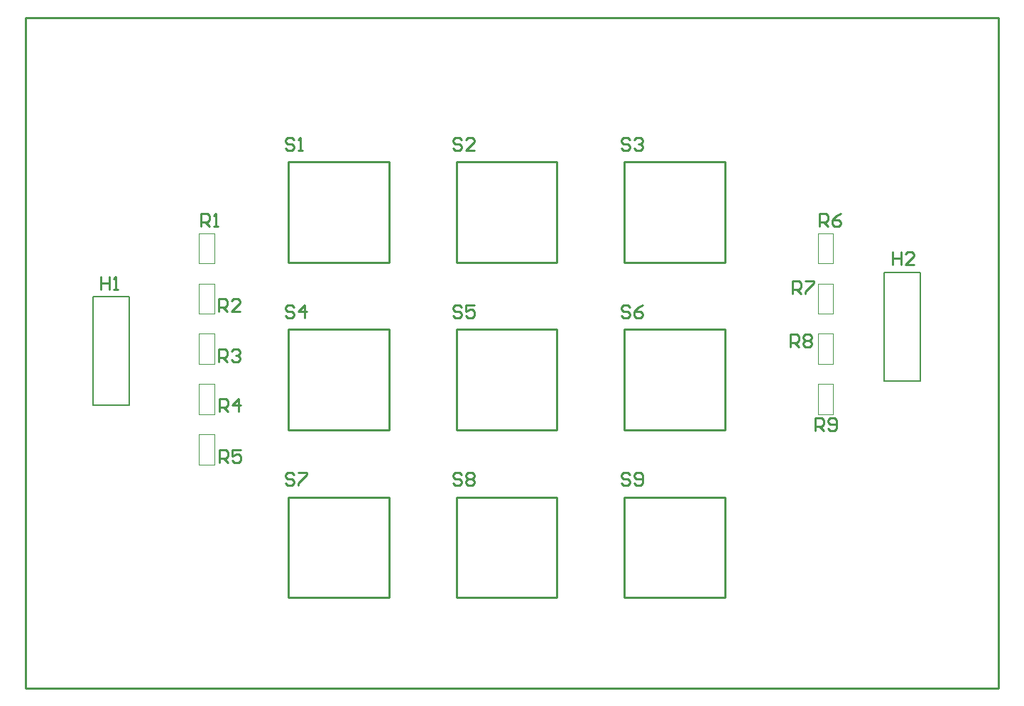
<source format=gbr>
%TF.GenerationSoftware,Altium Limited,Altium Designer,24.0.1 (36)*%
G04 Layer_Color=65535*
%FSLAX45Y45*%
%MOMM*%
%TF.SameCoordinates,3215C8D0-E6B2-4662-8DC9-F85C750AE4ED*%
%TF.FilePolarity,Positive*%
%TF.FileFunction,Legend,Top*%
%TF.Part,Single*%
G01*
G75*
%TA.AperFunction,NonConductor*%
%ADD15C,0.10000*%
%ADD16C,0.25400*%
%ADD17C,0.20000*%
D15*
X12910001Y8348200D02*
X13089999D01*
X12910001Y7988200D02*
Y8348200D01*
Y7988200D02*
X13089999D01*
Y8348200D01*
X5532200D02*
X5712200D01*
X5532200Y7988200D02*
Y8348200D01*
Y7988200D02*
X5712200D01*
Y8348200D01*
X5532200Y7748200D02*
X5712200D01*
X5532200Y7388200D02*
Y7748200D01*
Y7388200D02*
X5712200D01*
Y7748200D01*
X5532200Y7148200D02*
X5712200D01*
X5532200Y6788200D02*
Y7148200D01*
Y6788200D02*
X5712200D01*
Y7148200D01*
X5532200Y6548200D02*
X5712200D01*
X5532200Y6188200D02*
Y6548200D01*
Y6188200D02*
X5712200D01*
Y6548200D01*
X12910001Y7748200D02*
X13089999D01*
X12910001Y7388200D02*
Y7748200D01*
Y7388200D02*
X13089999D01*
Y7748200D01*
X12910001Y7148200D02*
X13089999D01*
X12910001Y6788200D02*
Y7148200D01*
Y6788200D02*
X13089999D01*
Y7148200D01*
X12910001Y8948200D02*
X13089999D01*
X12910001Y8588200D02*
Y8948200D01*
Y8588200D02*
X13089999D01*
Y8948200D01*
X5532200D02*
X5712200D01*
X5532200Y8588200D02*
Y8948200D01*
Y8588200D02*
X5712200D01*
Y8948200D01*
D16*
X10600000Y4600000D02*
Y5800000D01*
X11800000D01*
X10600000Y4600000D02*
X11800000D01*
Y5800000D01*
X8600000Y4600000D02*
Y5800000D01*
X9800000D01*
X8600000Y4600000D02*
X9800000D01*
Y5800000D01*
X6600000Y4600000D02*
Y5800000D01*
X7800000D01*
X6600000Y4600000D02*
X7800000D01*
Y5800000D01*
X10600000Y6600000D02*
Y7800000D01*
X11800000D01*
X10600000Y6600000D02*
X11800000D01*
Y7800000D01*
X8600000Y6600000D02*
Y7800000D01*
X9800000D01*
X8600000Y6600000D02*
X9800000D01*
Y7800000D01*
X6600000Y6600000D02*
Y7800000D01*
X7800000D01*
X6600000Y6600000D02*
X7800000D01*
Y7800000D01*
X10600000Y8600000D02*
Y9800000D01*
X11800000D01*
X10600000Y8600000D02*
X11800000D01*
Y9800000D01*
X8600000Y8600000D02*
Y9800000D01*
X9800000D01*
X8600000Y8600000D02*
X9800000D01*
Y9800000D01*
X6600000Y8600000D02*
Y9800000D01*
X7800000D01*
X6600000Y8600000D02*
X7800000D01*
Y9800000D01*
X3461900Y11520600D02*
X15061900D01*
X3461900Y3520600D02*
Y11520600D01*
X15061900Y3520600D02*
Y11520600D01*
X3461900Y3520600D02*
X15061877D01*
X12611141Y8229625D02*
Y8381975D01*
X12687317D01*
X12712708Y8356583D01*
Y8305800D01*
X12687317Y8280408D01*
X12611141D01*
X12661925D02*
X12712708Y8229625D01*
X12763492Y8381975D02*
X12865059D01*
Y8356583D01*
X12763492Y8255017D01*
Y8229625D01*
X5765841Y8013725D02*
Y8166075D01*
X5842017D01*
X5867408Y8140683D01*
Y8089900D01*
X5842017Y8064508D01*
X5765841D01*
X5816625D02*
X5867408Y8013725D01*
X6019759D02*
X5918192D01*
X6019759Y8115292D01*
Y8140683D01*
X5994367Y8166075D01*
X5943584D01*
X5918192Y8140683D01*
X5765841Y7416825D02*
Y7569175D01*
X5842017D01*
X5867408Y7543783D01*
Y7493000D01*
X5842017Y7467608D01*
X5765841D01*
X5816625D02*
X5867408Y7416825D01*
X5918192Y7543783D02*
X5943584Y7569175D01*
X5994367D01*
X6019759Y7543783D01*
Y7518392D01*
X5994367Y7493000D01*
X5968975D01*
X5994367D01*
X6019759Y7467608D01*
Y7442217D01*
X5994367Y7416825D01*
X5943584D01*
X5918192Y7442217D01*
X5778541Y6819925D02*
Y6972275D01*
X5854717D01*
X5880108Y6946883D01*
Y6896100D01*
X5854717Y6870708D01*
X5778541D01*
X5829325D02*
X5880108Y6819925D01*
X6007067D02*
Y6972275D01*
X5930892Y6896100D01*
X6032459D01*
X5778541Y6210325D02*
Y6362675D01*
X5854717D01*
X5880108Y6337283D01*
Y6286500D01*
X5854717Y6261108D01*
X5778541D01*
X5829325D02*
X5880108Y6210325D01*
X6032459Y6362675D02*
X5930892D01*
Y6286500D01*
X5981675Y6311892D01*
X6007067D01*
X6032459Y6286500D01*
Y6235717D01*
X6007067Y6210325D01*
X5956284D01*
X5930892Y6235717D01*
X12585741Y7594625D02*
Y7746975D01*
X12661917D01*
X12687308Y7721583D01*
Y7670800D01*
X12661917Y7645408D01*
X12585741D01*
X12636525D02*
X12687308Y7594625D01*
X12738092Y7721583D02*
X12763484Y7746975D01*
X12814267D01*
X12839659Y7721583D01*
Y7696192D01*
X12814267Y7670800D01*
X12839659Y7645408D01*
Y7620017D01*
X12814267Y7594625D01*
X12763484D01*
X12738092Y7620017D01*
Y7645408D01*
X12763484Y7670800D01*
X12738092Y7696192D01*
Y7721583D01*
X12763484Y7670800D02*
X12814267D01*
X12877841Y6591325D02*
Y6743675D01*
X12954018D01*
X12979408Y6718283D01*
Y6667500D01*
X12954018Y6642108D01*
X12877841D01*
X12928625D02*
X12979408Y6591325D01*
X13030193Y6616717D02*
X13055585Y6591325D01*
X13106367D01*
X13131760Y6616717D01*
Y6718283D01*
X13106367Y6743675D01*
X13055585D01*
X13030193Y6718283D01*
Y6692892D01*
X13055585Y6667500D01*
X13131760D01*
X6664927Y8066999D02*
X6639535Y8092391D01*
X6588752D01*
X6563360Y8066999D01*
Y8041607D01*
X6588752Y8016215D01*
X6639535D01*
X6664927Y7990823D01*
Y7965432D01*
X6639535Y7940040D01*
X6588752D01*
X6563360Y7965432D01*
X6791886Y7940040D02*
Y8092391D01*
X6715711Y8016215D01*
X6817278D01*
X5552440Y9029700D02*
Y9182051D01*
X5628615D01*
X5654007Y9156659D01*
Y9105875D01*
X5628615Y9080483D01*
X5552440D01*
X5603223D02*
X5654007Y9029700D01*
X5704791D02*
X5755574D01*
X5730183D01*
Y9182051D01*
X5704791Y9156659D01*
X10665427Y10065979D02*
X10640035Y10091371D01*
X10589252D01*
X10563860Y10065979D01*
Y10040587D01*
X10589252Y10015195D01*
X10640035D01*
X10665427Y9989803D01*
Y9964412D01*
X10640035Y9939020D01*
X10589252D01*
X10563860Y9964412D01*
X10716211Y10065979D02*
X10741603Y10091371D01*
X10792386D01*
X10817778Y10065979D01*
Y10040587D01*
X10792386Y10015195D01*
X10766994D01*
X10792386D01*
X10817778Y9989803D01*
Y9964412D01*
X10792386Y9939020D01*
X10741603D01*
X10716211Y9964412D01*
X8663907Y10065979D02*
X8638515Y10091371D01*
X8587732D01*
X8562340Y10065979D01*
Y10040587D01*
X8587732Y10015195D01*
X8638515D01*
X8663907Y9989803D01*
Y9964412D01*
X8638515Y9939020D01*
X8587732D01*
X8562340Y9964412D01*
X8816258Y9939020D02*
X8714691D01*
X8816258Y10040587D01*
Y10065979D01*
X8790866Y10091371D01*
X8740083D01*
X8714691Y10065979D01*
X6664927D02*
X6639535Y10091371D01*
X6588752D01*
X6563360Y10065979D01*
Y10040587D01*
X6588752Y10015195D01*
X6639535D01*
X6664927Y9989803D01*
Y9964412D01*
X6639535Y9939020D01*
X6588752D01*
X6563360Y9964412D01*
X6715711Y9939020D02*
X6766494D01*
X6741103D01*
Y10091371D01*
X6715711Y10065979D01*
X4361180Y8430211D02*
Y8277860D01*
Y8354035D01*
X4462747D01*
Y8430211D01*
Y8277860D01*
X4513531D02*
X4564314D01*
X4538923D01*
Y8430211D01*
X4513531Y8404819D01*
X13797279Y8722311D02*
Y8569960D01*
Y8646135D01*
X13898846D01*
Y8722311D01*
Y8569960D01*
X14051198D02*
X13949631D01*
X14051198Y8671527D01*
Y8696919D01*
X14025806Y8722311D01*
X13975023D01*
X13949631Y8696919D01*
X8663907Y6065479D02*
X8638515Y6090871D01*
X8587732D01*
X8562340Y6065479D01*
Y6040087D01*
X8587732Y6014695D01*
X8638515D01*
X8663907Y5989303D01*
Y5963912D01*
X8638515Y5938520D01*
X8587732D01*
X8562340Y5963912D01*
X8714691Y6065479D02*
X8740083Y6090871D01*
X8790866D01*
X8816258Y6065479D01*
Y6040087D01*
X8790866Y6014695D01*
X8816258Y5989303D01*
Y5963912D01*
X8790866Y5938520D01*
X8740083D01*
X8714691Y5963912D01*
Y5989303D01*
X8740083Y6014695D01*
X8714691Y6040087D01*
Y6065479D01*
X8740083Y6014695D02*
X8790866D01*
X6664927Y6065479D02*
X6639535Y6090871D01*
X6588752D01*
X6563360Y6065479D01*
Y6040087D01*
X6588752Y6014695D01*
X6639535D01*
X6664927Y5989303D01*
Y5963912D01*
X6639535Y5938520D01*
X6588752D01*
X6563360Y5963912D01*
X6715711Y6090871D02*
X6817278D01*
Y6065479D01*
X6715711Y5963912D01*
Y5938520D01*
X10665427Y8066999D02*
X10640035Y8092391D01*
X10589252D01*
X10563860Y8066999D01*
Y8041607D01*
X10589252Y8016215D01*
X10640035D01*
X10665427Y7990823D01*
Y7965432D01*
X10640035Y7940040D01*
X10589252D01*
X10563860Y7965432D01*
X10817778Y8092391D02*
X10766994Y8066999D01*
X10716211Y8016215D01*
Y7965432D01*
X10741603Y7940040D01*
X10792386D01*
X10817778Y7965432D01*
Y7990823D01*
X10792386Y8016215D01*
X10716211D01*
X8663907Y8066999D02*
X8638515Y8092391D01*
X8587732D01*
X8562340Y8066999D01*
Y8041607D01*
X8587732Y8016215D01*
X8638515D01*
X8663907Y7990823D01*
Y7965432D01*
X8638515Y7940040D01*
X8587732D01*
X8562340Y7965432D01*
X8816258Y8092391D02*
X8714691D01*
Y8016215D01*
X8765474Y8041607D01*
X8790866D01*
X8816258Y8016215D01*
Y7965432D01*
X8790866Y7940040D01*
X8740083D01*
X8714691Y7965432D01*
X12931140Y9029700D02*
Y9182051D01*
X13007315D01*
X13032707Y9156659D01*
Y9105875D01*
X13007315Y9080483D01*
X12931140D01*
X12981923D02*
X13032707Y9029700D01*
X13185059Y9182051D02*
X13134274Y9156659D01*
X13083492Y9105875D01*
Y9055092D01*
X13108884Y9029700D01*
X13159666D01*
X13185059Y9055092D01*
Y9080483D01*
X13159666Y9105875D01*
X13083492D01*
X10665427Y6065479D02*
X10640035Y6090871D01*
X10589252D01*
X10563860Y6065479D01*
Y6040087D01*
X10589252Y6014695D01*
X10640035D01*
X10665427Y5989303D01*
Y5963912D01*
X10640035Y5938520D01*
X10589252D01*
X10563860Y5963912D01*
X10716211D02*
X10741603Y5938520D01*
X10792386D01*
X10817778Y5963912D01*
Y6065479D01*
X10792386Y6090871D01*
X10741603D01*
X10716211Y6065479D01*
Y6040087D01*
X10741603Y6014695D01*
X10817778D01*
D17*
X13703300Y7188200D02*
Y8483600D01*
X14135100D01*
X13703300Y7188200D02*
X14135100D01*
Y8483600D01*
X4267200Y6896100D02*
Y8191500D01*
X4699000D01*
X4267200Y6896100D02*
X4699000D01*
Y8191500D01*
%TF.MD5,3671ffd7ada263f640a2d8b9578c1970*%
M02*

</source>
